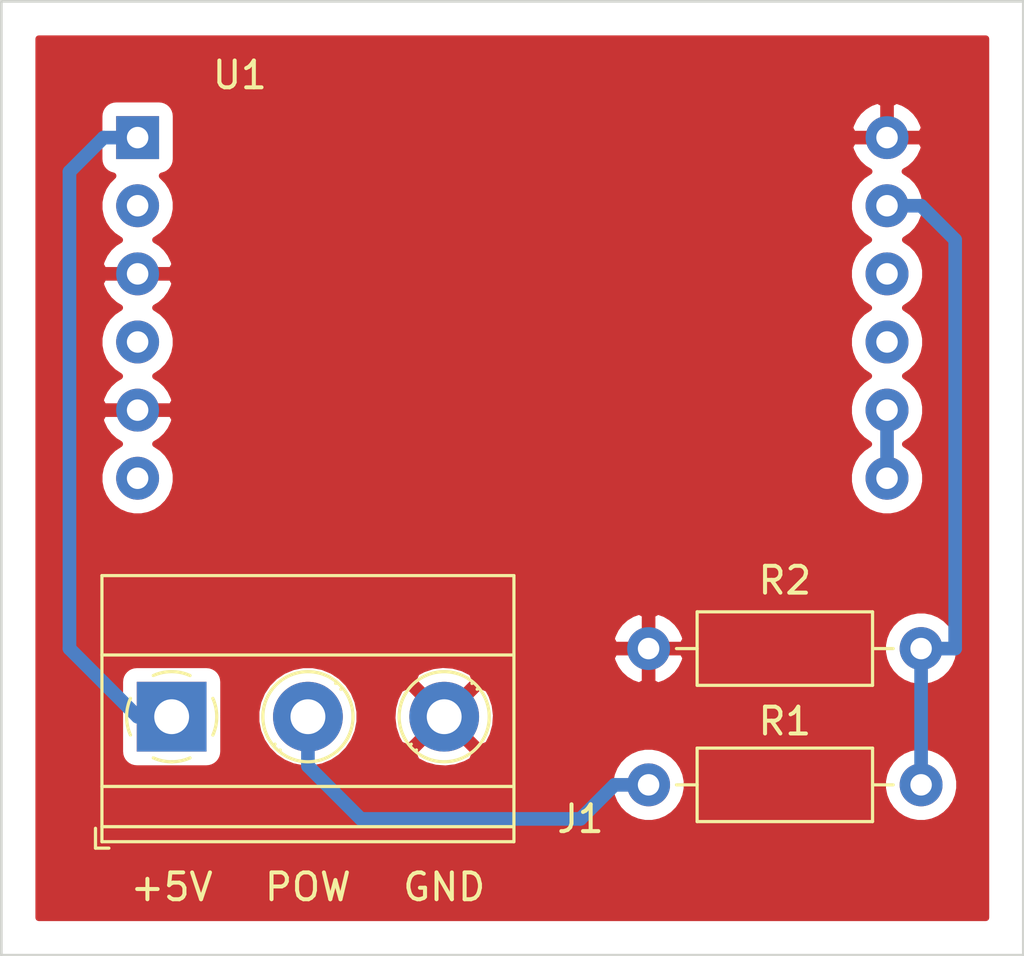
<source format=kicad_pcb>
(kicad_pcb (version 20171130) (host pcbnew "(5.1.5)-3")

  (general
    (thickness 1.6)
    (drawings 7)
    (tracks 17)
    (zones 0)
    (modules 4)
    (nets 11)
  )

  (page A4)
  (layers
    (0 F.Cu signal)
    (31 B.Cu signal)
    (32 B.Adhes user)
    (33 F.Adhes user)
    (34 B.Paste user)
    (35 F.Paste user)
    (36 B.SilkS user)
    (37 F.SilkS user)
    (38 B.Mask user)
    (39 F.Mask user)
    (40 Dwgs.User user)
    (41 Cmts.User user)
    (42 Eco1.User user)
    (43 Eco2.User user)
    (44 Edge.Cuts user)
    (45 Margin user)
    (46 B.CrtYd user)
    (47 F.CrtYd user)
    (48 B.Fab user)
    (49 F.Fab user)
  )

  (setup
    (last_trace_width 0.1524)
    (user_trace_width 0.1524)
    (user_trace_width 0.254)
    (user_trace_width 0.3048)
    (user_trace_width 0.4064)
    (user_trace_width 0.508)
    (user_trace_width 1.016)
    (user_trace_width 1.016)
    (user_trace_width 1.524)
    (user_trace_width 2.032)
    (trace_clearance 0.1524)
    (zone_clearance 0.508)
    (zone_45_only no)
    (trace_min 0.1524)
    (via_size 0.6858)
    (via_drill 0.3302)
    (via_min_size 0.508)
    (via_min_drill 0.254)
    (uvia_size 0.3)
    (uvia_drill 0.1)
    (uvias_allowed no)
    (uvia_min_size 0.2)
    (uvia_min_drill 0.1)
    (edge_width 0.1)
    (segment_width 0.1524)
    (pcb_text_width 0.3)
    (pcb_text_size 1.5 1.5)
    (mod_edge_width 0.15)
    (mod_text_size 1 1)
    (mod_text_width 0.15)
    (pad_size 1.524 1.524)
    (pad_drill 0.762)
    (pad_to_mask_clearance 0.1016)
    (solder_mask_min_width 0.1016)
    (aux_axis_origin 0 0)
    (visible_elements 7FFFFFFF)
    (pcbplotparams
      (layerselection 0x010fc_ffffffff)
      (usegerberextensions false)
      (usegerberattributes false)
      (usegerberadvancedattributes false)
      (creategerberjobfile false)
      (excludeedgelayer true)
      (linewidth 0.100000)
      (plotframeref false)
      (viasonmask false)
      (mode 1)
      (useauxorigin false)
      (hpglpennumber 1)
      (hpglpenspeed 20)
      (hpglpendiameter 15.000000)
      (psnegative false)
      (psa4output false)
      (plotreference true)
      (plotvalue true)
      (plotinvisibletext false)
      (padsonsilk false)
      (subtractmaskfromsilk false)
      (outputformat 1)
      (mirror false)
      (drillshape 1)
      (scaleselection 1)
      (outputdirectory ""))
  )

  (net 0 "")
  (net 1 "Net-(J1-Pad3)")
  (net 2 "Net-(J1-Pad2)")
  (net 3 "Net-(J1-Pad1)")
  (net 4 "Net-(R1-Pad2)")
  (net 5 "Net-(U1-Pad6)")
  (net 6 "Net-(U1-Pad10)")
  (net 7 "Net-(U1-Pad4)")
  (net 8 "Net-(U1-Pad9)")
  (net 9 "Net-(U1-Pad7)")
  (net 10 "Net-(U1-Pad2)")

  (net_class Default "This is the default net class."
    (clearance 0.1524)
    (trace_width 0.1524)
    (via_dia 0.6858)
    (via_drill 0.3302)
    (uvia_dia 0.3)
    (uvia_drill 0.1)
    (add_net "Net-(J1-Pad1)")
    (add_net "Net-(J1-Pad2)")
    (add_net "Net-(J1-Pad3)")
    (add_net "Net-(R1-Pad2)")
    (add_net "Net-(U1-Pad10)")
    (add_net "Net-(U1-Pad2)")
    (add_net "Net-(U1-Pad4)")
    (add_net "Net-(U1-Pad6)")
    (add_net "Net-(U1-Pad7)")
    (add_net "Net-(U1-Pad9)")
  )

  (module Laser:DMS-20 (layer F.Cu) (tedit 5E336C39) (tstamp 5E39A526)
    (at 82.55 46.99)
    (descr "12-lead though-hole mounted DIP package, row spacing 7.62 mm (300 mils)")
    (tags "THT DIP DIL PDIP 2.54mm 7.62mm 300mil")
    (path /5E33503C)
    (fp_text reference U1 (at 3.81 -2.33) (layer F.SilkS)
      (effects (font (size 1 1) (thickness 0.15)))
    )
    (fp_text value DMS-20LCD-1-5-C (at 24.13 15.03) (layer F.Fab)
      (effects (font (size 1 1) (thickness 0.15)))
    )
    (fp_text user %R (at 3.81 6.35) (layer F.Fab)
      (effects (font (size 1 1) (thickness 0.15)))
    )
    (fp_line (start 29.02 -1.55) (end -1.1 -1.55) (layer F.CrtYd) (width 0.05))
    (fp_line (start 29.02 14.25) (end 29.02 -1.55) (layer F.CrtYd) (width 0.05))
    (fp_line (start -1.1 14.25) (end 29.02 14.25) (layer F.CrtYd) (width 0.05))
    (fp_line (start -1.1 -1.55) (end -1.1 14.25) (layer F.CrtYd) (width 0.05))
    (fp_line (start 0.635 -0.27) (end 1.635 -1.27) (layer F.Fab) (width 0.1))
    (fp_line (start 0.635 13.97) (end 0.635 -0.27) (layer F.Fab) (width 0.1))
    (fp_line (start 27.305 13.97) (end 0.635 13.97) (layer F.Fab) (width 0.1))
    (fp_line (start 27.305 -1.27) (end 27.305 13.97) (layer F.Fab) (width 0.1))
    (fp_line (start 1.635 -1.27) (end 27.305 -1.27) (layer F.Fab) (width 0.1))
    (pad 12 thru_hole oval (at 27.94 0) (size 1.6 1.6) (drill 0.8) (layers *.Cu *.Mask)
      (net 1 "Net-(J1-Pad3)"))
    (pad 6 thru_hole oval (at 0 12.7) (size 1.6 1.6) (drill 0.8) (layers *.Cu *.Mask)
      (net 5 "Net-(U1-Pad6)"))
    (pad 11 thru_hole oval (at 27.94 2.54) (size 1.6 1.6) (drill 0.8) (layers *.Cu *.Mask)
      (net 4 "Net-(R1-Pad2)"))
    (pad 5 thru_hole oval (at 0 10.16) (size 1.6 1.6) (drill 0.8) (layers *.Cu *.Mask)
      (net 1 "Net-(J1-Pad3)"))
    (pad 10 thru_hole oval (at 27.94 5.08) (size 1.6 1.6) (drill 0.8) (layers *.Cu *.Mask)
      (net 6 "Net-(U1-Pad10)"))
    (pad 4 thru_hole oval (at 0 7.62) (size 1.6 1.6) (drill 0.8) (layers *.Cu *.Mask)
      (net 7 "Net-(U1-Pad4)"))
    (pad 9 thru_hole oval (at 27.94 7.62) (size 1.6 1.6) (drill 0.8) (layers *.Cu *.Mask)
      (net 8 "Net-(U1-Pad9)"))
    (pad 3 thru_hole oval (at 0 5.08) (size 1.6 1.6) (drill 0.8) (layers *.Cu *.Mask)
      (net 1 "Net-(J1-Pad3)"))
    (pad 8 thru_hole oval (at 27.94 10.16) (size 1.6 1.6) (drill 0.8) (layers *.Cu *.Mask)
      (net 9 "Net-(U1-Pad7)"))
    (pad 2 thru_hole oval (at 0 2.54) (size 1.6 1.6) (drill 0.8) (layers *.Cu *.Mask)
      (net 10 "Net-(U1-Pad2)"))
    (pad 7 thru_hole oval (at 27.94 12.7) (size 1.6 1.6) (drill 0.8) (layers *.Cu *.Mask)
      (net 9 "Net-(U1-Pad7)"))
    (pad 1 thru_hole rect (at 0 0) (size 1.6 1.6) (drill 0.8) (layers *.Cu *.Mask)
      (net 3 "Net-(J1-Pad1)"))
    (model ${KISYS3DMOD}/Package_DIP.3dshapes/DIP-12_W7.62mm.wrl
      (at (xyz 0 0 0))
      (scale (xyz 1 1 1))
      (rotate (xyz 0 0 0))
    )
  )

  (module Resistor_THT:R_Axial_DIN0207_L6.3mm_D2.5mm_P10.16mm_Horizontal (layer F.Cu) (tedit 5AE5139B) (tstamp 5E39A50C)
    (at 111.76 66.04 180)
    (descr "Resistor, Axial_DIN0207 series, Axial, Horizontal, pin pitch=10.16mm, 0.25W = 1/4W, length*diameter=6.3*2.5mm^2, http://cdn-reichelt.de/documents/datenblatt/B400/1_4W%23YAG.pdf")
    (tags "Resistor Axial_DIN0207 series Axial Horizontal pin pitch 10.16mm 0.25W = 1/4W length 6.3mm diameter 2.5mm")
    (path /5E33BD8F)
    (fp_text reference R2 (at 5.08 2.54) (layer F.SilkS)
      (effects (font (size 1 1) (thickness 0.15)))
    )
    (fp_text value 100K (at 5.08 2.37) (layer F.Fab)
      (effects (font (size 1 1) (thickness 0.15)))
    )
    (fp_text user %R (at 5.08 0) (layer F.Fab)
      (effects (font (size 1 1) (thickness 0.15)))
    )
    (fp_line (start 11.21 -1.5) (end -1.05 -1.5) (layer F.CrtYd) (width 0.05))
    (fp_line (start 11.21 1.5) (end 11.21 -1.5) (layer F.CrtYd) (width 0.05))
    (fp_line (start -1.05 1.5) (end 11.21 1.5) (layer F.CrtYd) (width 0.05))
    (fp_line (start -1.05 -1.5) (end -1.05 1.5) (layer F.CrtYd) (width 0.05))
    (fp_line (start 9.12 0) (end 8.35 0) (layer F.SilkS) (width 0.12))
    (fp_line (start 1.04 0) (end 1.81 0) (layer F.SilkS) (width 0.12))
    (fp_line (start 8.35 -1.37) (end 1.81 -1.37) (layer F.SilkS) (width 0.12))
    (fp_line (start 8.35 1.37) (end 8.35 -1.37) (layer F.SilkS) (width 0.12))
    (fp_line (start 1.81 1.37) (end 8.35 1.37) (layer F.SilkS) (width 0.12))
    (fp_line (start 1.81 -1.37) (end 1.81 1.37) (layer F.SilkS) (width 0.12))
    (fp_line (start 10.16 0) (end 8.23 0) (layer F.Fab) (width 0.1))
    (fp_line (start 0 0) (end 1.93 0) (layer F.Fab) (width 0.1))
    (fp_line (start 8.23 -1.25) (end 1.93 -1.25) (layer F.Fab) (width 0.1))
    (fp_line (start 8.23 1.25) (end 8.23 -1.25) (layer F.Fab) (width 0.1))
    (fp_line (start 1.93 1.25) (end 8.23 1.25) (layer F.Fab) (width 0.1))
    (fp_line (start 1.93 -1.25) (end 1.93 1.25) (layer F.Fab) (width 0.1))
    (pad 2 thru_hole oval (at 10.16 0 180) (size 1.6 1.6) (drill 0.8) (layers *.Cu *.Mask)
      (net 1 "Net-(J1-Pad3)"))
    (pad 1 thru_hole circle (at 0 0 180) (size 1.6 1.6) (drill 0.8) (layers *.Cu *.Mask)
      (net 4 "Net-(R1-Pad2)"))
    (model ${KISYS3DMOD}/Resistor_THT.3dshapes/R_Axial_DIN0207_L6.3mm_D2.5mm_P10.16mm_Horizontal.wrl
      (at (xyz 0 0 0))
      (scale (xyz 1 1 1))
      (rotate (xyz 0 0 0))
    )
  )

  (module Resistor_THT:R_Axial_DIN0207_L6.3mm_D2.5mm_P10.16mm_Horizontal (layer F.Cu) (tedit 5AE5139B) (tstamp 5E39A4F5)
    (at 101.6 71.12)
    (descr "Resistor, Axial_DIN0207 series, Axial, Horizontal, pin pitch=10.16mm, 0.25W = 1/4W, length*diameter=6.3*2.5mm^2, http://cdn-reichelt.de/documents/datenblatt/B400/1_4W%23YAG.pdf")
    (tags "Resistor Axial_DIN0207 series Axial Horizontal pin pitch 10.16mm 0.25W = 1/4W length 6.3mm diameter 2.5mm")
    (path /5E33C5A2)
    (fp_text reference R1 (at 5.08 -2.37) (layer F.SilkS)
      (effects (font (size 1 1) (thickness 0.15)))
    )
    (fp_text value 150K (at 5.08 2.37) (layer F.Fab)
      (effects (font (size 1 1) (thickness 0.15)))
    )
    (fp_text user %R (at 5.08 0) (layer F.Fab)
      (effects (font (size 1 1) (thickness 0.15)))
    )
    (fp_line (start 11.21 -1.5) (end -1.05 -1.5) (layer F.CrtYd) (width 0.05))
    (fp_line (start 11.21 1.5) (end 11.21 -1.5) (layer F.CrtYd) (width 0.05))
    (fp_line (start -1.05 1.5) (end 11.21 1.5) (layer F.CrtYd) (width 0.05))
    (fp_line (start -1.05 -1.5) (end -1.05 1.5) (layer F.CrtYd) (width 0.05))
    (fp_line (start 9.12 0) (end 8.35 0) (layer F.SilkS) (width 0.12))
    (fp_line (start 1.04 0) (end 1.81 0) (layer F.SilkS) (width 0.12))
    (fp_line (start 8.35 -1.37) (end 1.81 -1.37) (layer F.SilkS) (width 0.12))
    (fp_line (start 8.35 1.37) (end 8.35 -1.37) (layer F.SilkS) (width 0.12))
    (fp_line (start 1.81 1.37) (end 8.35 1.37) (layer F.SilkS) (width 0.12))
    (fp_line (start 1.81 -1.37) (end 1.81 1.37) (layer F.SilkS) (width 0.12))
    (fp_line (start 10.16 0) (end 8.23 0) (layer F.Fab) (width 0.1))
    (fp_line (start 0 0) (end 1.93 0) (layer F.Fab) (width 0.1))
    (fp_line (start 8.23 -1.25) (end 1.93 -1.25) (layer F.Fab) (width 0.1))
    (fp_line (start 8.23 1.25) (end 8.23 -1.25) (layer F.Fab) (width 0.1))
    (fp_line (start 1.93 1.25) (end 8.23 1.25) (layer F.Fab) (width 0.1))
    (fp_line (start 1.93 -1.25) (end 1.93 1.25) (layer F.Fab) (width 0.1))
    (pad 2 thru_hole oval (at 10.16 0) (size 1.6 1.6) (drill 0.8) (layers *.Cu *.Mask)
      (net 4 "Net-(R1-Pad2)"))
    (pad 1 thru_hole circle (at 0 0) (size 1.6 1.6) (drill 0.8) (layers *.Cu *.Mask)
      (net 2 "Net-(J1-Pad2)"))
    (model ${KISYS3DMOD}/Resistor_THT.3dshapes/R_Axial_DIN0207_L6.3mm_D2.5mm_P10.16mm_Horizontal.wrl
      (at (xyz 0 0 0))
      (scale (xyz 1 1 1))
      (rotate (xyz 0 0 0))
    )
  )

  (module TerminalBlock_Phoenix:TerminalBlock_Phoenix_MKDS-1,5-3-5.08_1x03_P5.08mm_Horizontal (layer F.Cu) (tedit 5B294EBC) (tstamp 5E39A4DE)
    (at 83.82 68.58)
    (descr "Terminal Block Phoenix MKDS-1,5-3-5.08, 3 pins, pitch 5.08mm, size 15.2x9.8mm^2, drill diamater 1.3mm, pad diameter 2.6mm, see http://www.farnell.com/datasheets/100425.pdf, script-generated using https://github.com/pointhi/kicad-footprint-generator/scripts/TerminalBlock_Phoenix")
    (tags "THT Terminal Block Phoenix MKDS-1,5-3-5.08 pitch 5.08mm size 15.2x9.8mm^2 drill 1.3mm pad 2.6mm")
    (path /5E3C21B0)
    (fp_text reference J1 (at 15.24 3.81) (layer F.SilkS)
      (effects (font (size 1 1) (thickness 0.15)))
    )
    (fp_text value Conn_01x03 (at 5.08 -3.81) (layer F.Fab)
      (effects (font (size 1 1) (thickness 0.15)))
    )
    (fp_text user %R (at 5.08 3.2) (layer F.Fab)
      (effects (font (size 1 1) (thickness 0.15)))
    )
    (fp_line (start 13.21 -5.71) (end -3.04 -5.71) (layer F.CrtYd) (width 0.05))
    (fp_line (start 13.21 5.1) (end 13.21 -5.71) (layer F.CrtYd) (width 0.05))
    (fp_line (start -3.04 5.1) (end 13.21 5.1) (layer F.CrtYd) (width 0.05))
    (fp_line (start -3.04 -5.71) (end -3.04 5.1) (layer F.CrtYd) (width 0.05))
    (fp_line (start -2.84 4.9) (end -2.34 4.9) (layer F.SilkS) (width 0.12))
    (fp_line (start -2.84 4.16) (end -2.84 4.9) (layer F.SilkS) (width 0.12))
    (fp_line (start 8.933 1.023) (end 8.886 1.069) (layer F.SilkS) (width 0.12))
    (fp_line (start 11.23 -1.275) (end 11.195 -1.239) (layer F.SilkS) (width 0.12))
    (fp_line (start 9.126 1.239) (end 9.091 1.274) (layer F.SilkS) (width 0.12))
    (fp_line (start 11.435 -1.069) (end 11.388 -1.023) (layer F.SilkS) (width 0.12))
    (fp_line (start 11.115 -1.138) (end 9.023 0.955) (layer F.Fab) (width 0.1))
    (fp_line (start 11.298 -0.955) (end 9.206 1.138) (layer F.Fab) (width 0.1))
    (fp_line (start 3.853 1.023) (end 3.806 1.069) (layer F.SilkS) (width 0.12))
    (fp_line (start 6.15 -1.275) (end 6.115 -1.239) (layer F.SilkS) (width 0.12))
    (fp_line (start 4.046 1.239) (end 4.011 1.274) (layer F.SilkS) (width 0.12))
    (fp_line (start 6.355 -1.069) (end 6.308 -1.023) (layer F.SilkS) (width 0.12))
    (fp_line (start 6.035 -1.138) (end 3.943 0.955) (layer F.Fab) (width 0.1))
    (fp_line (start 6.218 -0.955) (end 4.126 1.138) (layer F.Fab) (width 0.1))
    (fp_line (start 0.955 -1.138) (end -1.138 0.955) (layer F.Fab) (width 0.1))
    (fp_line (start 1.138 -0.955) (end -0.955 1.138) (layer F.Fab) (width 0.1))
    (fp_line (start 12.76 -5.261) (end 12.76 4.66) (layer F.SilkS) (width 0.12))
    (fp_line (start -2.6 -5.261) (end -2.6 4.66) (layer F.SilkS) (width 0.12))
    (fp_line (start -2.6 4.66) (end 12.76 4.66) (layer F.SilkS) (width 0.12))
    (fp_line (start -2.6 -5.261) (end 12.76 -5.261) (layer F.SilkS) (width 0.12))
    (fp_line (start -2.6 -2.301) (end 12.76 -2.301) (layer F.SilkS) (width 0.12))
    (fp_line (start -2.54 -2.3) (end 12.7 -2.3) (layer F.Fab) (width 0.1))
    (fp_line (start -2.6 2.6) (end 12.76 2.6) (layer F.SilkS) (width 0.12))
    (fp_line (start -2.54 2.6) (end 12.7 2.6) (layer F.Fab) (width 0.1))
    (fp_line (start -2.6 4.1) (end 12.76 4.1) (layer F.SilkS) (width 0.12))
    (fp_line (start -2.54 4.1) (end 12.7 4.1) (layer F.Fab) (width 0.1))
    (fp_line (start -2.54 4.1) (end -2.54 -5.2) (layer F.Fab) (width 0.1))
    (fp_line (start -2.04 4.6) (end -2.54 4.1) (layer F.Fab) (width 0.1))
    (fp_line (start 12.7 4.6) (end -2.04 4.6) (layer F.Fab) (width 0.1))
    (fp_line (start 12.7 -5.2) (end 12.7 4.6) (layer F.Fab) (width 0.1))
    (fp_line (start -2.54 -5.2) (end 12.7 -5.2) (layer F.Fab) (width 0.1))
    (fp_circle (center 10.16 0) (end 11.84 0) (layer F.SilkS) (width 0.12))
    (fp_circle (center 10.16 0) (end 11.66 0) (layer F.Fab) (width 0.1))
    (fp_circle (center 5.08 0) (end 6.76 0) (layer F.SilkS) (width 0.12))
    (fp_circle (center 5.08 0) (end 6.58 0) (layer F.Fab) (width 0.1))
    (fp_circle (center 0 0) (end 1.5 0) (layer F.Fab) (width 0.1))
    (fp_arc (start 0 0) (end -0.684 1.535) (angle -25) (layer F.SilkS) (width 0.12))
    (fp_arc (start 0 0) (end -1.535 -0.684) (angle -48) (layer F.SilkS) (width 0.12))
    (fp_arc (start 0 0) (end 0.684 -1.535) (angle -48) (layer F.SilkS) (width 0.12))
    (fp_arc (start 0 0) (end 1.535 0.684) (angle -48) (layer F.SilkS) (width 0.12))
    (fp_arc (start 0 0) (end 0 1.68) (angle -24) (layer F.SilkS) (width 0.12))
    (pad 3 thru_hole circle (at 10.16 0) (size 2.6 2.6) (drill 1.3) (layers *.Cu *.Mask)
      (net 1 "Net-(J1-Pad3)"))
    (pad 2 thru_hole circle (at 5.08 0) (size 2.6 2.6) (drill 1.3) (layers *.Cu *.Mask)
      (net 2 "Net-(J1-Pad2)"))
    (pad 1 thru_hole rect (at 0 0) (size 2.6 2.6) (drill 1.3) (layers *.Cu *.Mask)
      (net 3 "Net-(J1-Pad1)"))
    (model ${KISYS3DMOD}/TerminalBlock_Phoenix.3dshapes/TerminalBlock_Phoenix_MKDS-1,5-3-5.08_1x03_P5.08mm_Horizontal.wrl
      (at (xyz 0 0 0))
      (scale (xyz 1 1 1))
      (rotate (xyz 0 0 0))
    )
  )

  (gr_text GND (at 93.98 74.93) (layer F.SilkS)
    (effects (font (size 1 1) (thickness 0.15)))
  )
  (gr_text POW (at 88.9 74.93) (layer F.SilkS)
    (effects (font (size 1 1) (thickness 0.15)))
  )
  (gr_text +5V (at 83.82 74.93) (layer F.SilkS)
    (effects (font (size 1 1) (thickness 0.15)))
  )
  (gr_line (start 77.47 77.47) (end 77.47 41.91) (layer Edge.Cuts) (width 0.1) (tstamp 5E39B286))
  (gr_line (start 115.57 77.47) (end 77.47 77.47) (layer Edge.Cuts) (width 0.1))
  (gr_line (start 115.57 41.91) (end 115.57 77.47) (layer Edge.Cuts) (width 0.1))
  (gr_line (start 77.47 41.91) (end 115.57 41.91) (layer Edge.Cuts) (width 0.1))

  (segment (start 100.33 71.12) (end 101.6 71.12) (width 0.508) (layer B.Cu) (net 2))
  (segment (start 88.9 70.418477) (end 90.871523 72.39) (width 0.508) (layer B.Cu) (net 2))
  (segment (start 88.9 68.58) (end 88.9 70.418477) (width 0.508) (layer B.Cu) (net 2))
  (segment (start 99.06 72.39) (end 100.33 71.12) (width 0.508) (layer B.Cu) (net 2))
  (segment (start 90.871523 72.39) (end 99.06 72.39) (width 0.508) (layer B.Cu) (net 2))
  (segment (start 80.01 48.26) (end 81.28 46.99) (width 0.508) (layer B.Cu) (net 3))
  (segment (start 81.28 46.99) (end 82.55 46.99) (width 0.508) (layer B.Cu) (net 3))
  (segment (start 83.82 68.58) (end 82.55 68.58) (width 0.508) (layer B.Cu) (net 3))
  (segment (start 82.55 68.58) (end 81.28 67.31) (width 0.508) (layer B.Cu) (net 3))
  (segment (start 81.28 67.31) (end 80.01 66.04) (width 0.508) (layer B.Cu) (net 3))
  (segment (start 80.01 66.04) (end 80.01 48.26) (width 0.508) (layer B.Cu) (net 3))
  (segment (start 111.76 71.12) (end 111.76 66.04) (width 0.508) (layer B.Cu) (net 4))
  (segment (start 111.76 66.04) (end 113.03 66.04) (width 0.508) (layer B.Cu) (net 4))
  (segment (start 113.03 66.04) (end 113.03 50.8) (width 0.508) (layer B.Cu) (net 4))
  (segment (start 113.03 50.8) (end 111.76 49.53) (width 0.508) (layer B.Cu) (net 4))
  (segment (start 111.76 49.53) (end 110.49 49.53) (width 0.508) (layer B.Cu) (net 4))
  (segment (start 110.49 59.69) (end 110.49 57.15) (width 0.508) (layer B.Cu) (net 9))

  (zone (net 1) (net_name "Net-(J1-Pad3)") (layer F.Cu) (tstamp 0) (hatch edge 0.508)
    (connect_pads (clearance 0.508))
    (min_thickness 0.254)
    (fill yes (arc_segments 32) (thermal_gap 0.508) (thermal_bridge_width 0.508))
    (polygon
      (pts
        (xy 114.3 76.2) (xy 78.74 76.2) (xy 78.74 43.18) (xy 114.3 43.18)
      )
    )
    (filled_polygon
      (pts
        (xy 114.173 76.073) (xy 78.867 76.073) (xy 78.867 70.978665) (xy 100.165 70.978665) (xy 100.165 71.261335)
        (xy 100.220147 71.538574) (xy 100.32832 71.799727) (xy 100.485363 72.034759) (xy 100.685241 72.234637) (xy 100.920273 72.39168)
        (xy 101.181426 72.499853) (xy 101.458665 72.555) (xy 101.741335 72.555) (xy 102.018574 72.499853) (xy 102.279727 72.39168)
        (xy 102.514759 72.234637) (xy 102.714637 72.034759) (xy 102.87168 71.799727) (xy 102.979853 71.538574) (xy 103.035 71.261335)
        (xy 103.035 70.978665) (xy 110.325 70.978665) (xy 110.325 71.261335) (xy 110.380147 71.538574) (xy 110.48832 71.799727)
        (xy 110.645363 72.034759) (xy 110.845241 72.234637) (xy 111.080273 72.39168) (xy 111.341426 72.499853) (xy 111.618665 72.555)
        (xy 111.901335 72.555) (xy 112.178574 72.499853) (xy 112.439727 72.39168) (xy 112.674759 72.234637) (xy 112.874637 72.034759)
        (xy 113.03168 71.799727) (xy 113.139853 71.538574) (xy 113.195 71.261335) (xy 113.195 70.978665) (xy 113.139853 70.701426)
        (xy 113.03168 70.440273) (xy 112.874637 70.205241) (xy 112.674759 70.005363) (xy 112.439727 69.84832) (xy 112.178574 69.740147)
        (xy 111.901335 69.685) (xy 111.618665 69.685) (xy 111.341426 69.740147) (xy 111.080273 69.84832) (xy 110.845241 70.005363)
        (xy 110.645363 70.205241) (xy 110.48832 70.440273) (xy 110.380147 70.701426) (xy 110.325 70.978665) (xy 103.035 70.978665)
        (xy 102.979853 70.701426) (xy 102.87168 70.440273) (xy 102.714637 70.205241) (xy 102.514759 70.005363) (xy 102.279727 69.84832)
        (xy 102.018574 69.740147) (xy 101.741335 69.685) (xy 101.458665 69.685) (xy 101.181426 69.740147) (xy 100.920273 69.84832)
        (xy 100.685241 70.005363) (xy 100.485363 70.205241) (xy 100.32832 70.440273) (xy 100.220147 70.701426) (xy 100.165 70.978665)
        (xy 78.867 70.978665) (xy 78.867 67.28) (xy 81.881928 67.28) (xy 81.881928 69.88) (xy 81.894188 70.004482)
        (xy 81.930498 70.12418) (xy 81.989463 70.234494) (xy 82.068815 70.331185) (xy 82.165506 70.410537) (xy 82.27582 70.469502)
        (xy 82.395518 70.505812) (xy 82.52 70.518072) (xy 85.12 70.518072) (xy 85.244482 70.505812) (xy 85.36418 70.469502)
        (xy 85.474494 70.410537) (xy 85.571185 70.331185) (xy 85.650537 70.234494) (xy 85.709502 70.12418) (xy 85.745812 70.004482)
        (xy 85.758072 69.88) (xy 85.758072 68.389419) (xy 86.965 68.389419) (xy 86.965 68.770581) (xy 87.039361 69.144419)
        (xy 87.185225 69.496566) (xy 87.396987 69.813491) (xy 87.666509 70.083013) (xy 87.983434 70.294775) (xy 88.335581 70.440639)
        (xy 88.709419 70.515) (xy 89.090581 70.515) (xy 89.464419 70.440639) (xy 89.816566 70.294775) (xy 90.133491 70.083013)
        (xy 90.28728 69.929224) (xy 92.810381 69.929224) (xy 92.942317 70.224312) (xy 93.283045 70.395159) (xy 93.650557 70.49625)
        (xy 94.030729 70.523701) (xy 94.408951 70.476457) (xy 94.77069 70.356333) (xy 95.017683 70.224312) (xy 95.149619 69.929224)
        (xy 93.98 68.759605) (xy 92.810381 69.929224) (xy 90.28728 69.929224) (xy 90.403013 69.813491) (xy 90.614775 69.496566)
        (xy 90.760639 69.144419) (xy 90.835 68.770581) (xy 90.835 68.630729) (xy 92.036299 68.630729) (xy 92.083543 69.008951)
        (xy 92.203667 69.37069) (xy 92.335688 69.617683) (xy 92.630776 69.749619) (xy 93.800395 68.58) (xy 94.159605 68.58)
        (xy 95.329224 69.749619) (xy 95.624312 69.617683) (xy 95.795159 69.276955) (xy 95.89625 68.909443) (xy 95.923701 68.529271)
        (xy 95.876457 68.151049) (xy 95.756333 67.78931) (xy 95.624312 67.542317) (xy 95.329224 67.410381) (xy 94.159605 68.58)
        (xy 93.800395 68.58) (xy 92.630776 67.410381) (xy 92.335688 67.542317) (xy 92.164841 67.883045) (xy 92.06375 68.250557)
        (xy 92.036299 68.630729) (xy 90.835 68.630729) (xy 90.835 68.389419) (xy 90.760639 68.015581) (xy 90.614775 67.663434)
        (xy 90.403013 67.346509) (xy 90.28728 67.230776) (xy 92.810381 67.230776) (xy 93.98 68.400395) (xy 95.149619 67.230776)
        (xy 95.017683 66.935688) (xy 94.676955 66.764841) (xy 94.309443 66.66375) (xy 93.929271 66.636299) (xy 93.551049 66.683543)
        (xy 93.18931 66.803667) (xy 92.942317 66.935688) (xy 92.810381 67.230776) (xy 90.28728 67.230776) (xy 90.133491 67.076987)
        (xy 89.816566 66.865225) (xy 89.464419 66.719361) (xy 89.090581 66.645) (xy 88.709419 66.645) (xy 88.335581 66.719361)
        (xy 87.983434 66.865225) (xy 87.666509 67.076987) (xy 87.396987 67.346509) (xy 87.185225 67.663434) (xy 87.039361 68.015581)
        (xy 86.965 68.389419) (xy 85.758072 68.389419) (xy 85.758072 67.28) (xy 85.745812 67.155518) (xy 85.709502 67.03582)
        (xy 85.650537 66.925506) (xy 85.571185 66.828815) (xy 85.474494 66.749463) (xy 85.36418 66.690498) (xy 85.244482 66.654188)
        (xy 85.12 66.641928) (xy 82.52 66.641928) (xy 82.395518 66.654188) (xy 82.27582 66.690498) (xy 82.165506 66.749463)
        (xy 82.068815 66.828815) (xy 81.989463 66.925506) (xy 81.930498 67.03582) (xy 81.894188 67.155518) (xy 81.881928 67.28)
        (xy 78.867 67.28) (xy 78.867 66.389039) (xy 100.208096 66.389039) (xy 100.248754 66.523087) (xy 100.368963 66.77742)
        (xy 100.536481 67.003414) (xy 100.744869 67.192385) (xy 100.986119 67.33707) (xy 101.25096 67.431909) (xy 101.473 67.310624)
        (xy 101.473 66.167) (xy 101.727 66.167) (xy 101.727 67.310624) (xy 101.94904 67.431909) (xy 102.213881 67.33707)
        (xy 102.455131 67.192385) (xy 102.663519 67.003414) (xy 102.831037 66.77742) (xy 102.951246 66.523087) (xy 102.991904 66.389039)
        (xy 102.869915 66.167) (xy 101.727 66.167) (xy 101.473 66.167) (xy 100.330085 66.167) (xy 100.208096 66.389039)
        (xy 78.867 66.389039) (xy 78.867 65.690961) (xy 100.208096 65.690961) (xy 100.330085 65.913) (xy 101.473 65.913)
        (xy 101.473 64.769376) (xy 101.727 64.769376) (xy 101.727 65.913) (xy 102.869915 65.913) (xy 102.87779 65.898665)
        (xy 110.325 65.898665) (xy 110.325 66.181335) (xy 110.380147 66.458574) (xy 110.48832 66.719727) (xy 110.645363 66.954759)
        (xy 110.845241 67.154637) (xy 111.080273 67.31168) (xy 111.341426 67.419853) (xy 111.618665 67.475) (xy 111.901335 67.475)
        (xy 112.178574 67.419853) (xy 112.439727 67.31168) (xy 112.674759 67.154637) (xy 112.874637 66.954759) (xy 113.03168 66.719727)
        (xy 113.139853 66.458574) (xy 113.195 66.181335) (xy 113.195 65.898665) (xy 113.139853 65.621426) (xy 113.03168 65.360273)
        (xy 112.874637 65.125241) (xy 112.674759 64.925363) (xy 112.439727 64.76832) (xy 112.178574 64.660147) (xy 111.901335 64.605)
        (xy 111.618665 64.605) (xy 111.341426 64.660147) (xy 111.080273 64.76832) (xy 110.845241 64.925363) (xy 110.645363 65.125241)
        (xy 110.48832 65.360273) (xy 110.380147 65.621426) (xy 110.325 65.898665) (xy 102.87779 65.898665) (xy 102.991904 65.690961)
        (xy 102.951246 65.556913) (xy 102.831037 65.30258) (xy 102.663519 65.076586) (xy 102.455131 64.887615) (xy 102.213881 64.74293)
        (xy 101.94904 64.648091) (xy 101.727 64.769376) (xy 101.473 64.769376) (xy 101.25096 64.648091) (xy 100.986119 64.74293)
        (xy 100.744869 64.887615) (xy 100.536481 65.076586) (xy 100.368963 65.30258) (xy 100.248754 65.556913) (xy 100.208096 65.690961)
        (xy 78.867 65.690961) (xy 78.867 59.548665) (xy 81.115 59.548665) (xy 81.115 59.831335) (xy 81.170147 60.108574)
        (xy 81.27832 60.369727) (xy 81.435363 60.604759) (xy 81.635241 60.804637) (xy 81.870273 60.96168) (xy 82.131426 61.069853)
        (xy 82.408665 61.125) (xy 82.691335 61.125) (xy 82.968574 61.069853) (xy 83.229727 60.96168) (xy 83.464759 60.804637)
        (xy 83.664637 60.604759) (xy 83.82168 60.369727) (xy 83.929853 60.108574) (xy 83.985 59.831335) (xy 83.985 59.548665)
        (xy 83.929853 59.271426) (xy 83.82168 59.010273) (xy 83.664637 58.775241) (xy 83.464759 58.575363) (xy 83.229727 58.41832)
        (xy 83.219135 58.413933) (xy 83.405131 58.302385) (xy 83.613519 58.113414) (xy 83.781037 57.88742) (xy 83.901246 57.633087)
        (xy 83.941904 57.499039) (xy 83.819915 57.277) (xy 82.677 57.277) (xy 82.677 57.297) (xy 82.423 57.297)
        (xy 82.423 57.277) (xy 81.280085 57.277) (xy 81.158096 57.499039) (xy 81.198754 57.633087) (xy 81.318963 57.88742)
        (xy 81.486481 58.113414) (xy 81.694869 58.302385) (xy 81.880865 58.413933) (xy 81.870273 58.41832) (xy 81.635241 58.575363)
        (xy 81.435363 58.775241) (xy 81.27832 59.010273) (xy 81.170147 59.271426) (xy 81.115 59.548665) (xy 78.867 59.548665)
        (xy 78.867 54.468665) (xy 81.115 54.468665) (xy 81.115 54.751335) (xy 81.170147 55.028574) (xy 81.27832 55.289727)
        (xy 81.435363 55.524759) (xy 81.635241 55.724637) (xy 81.870273 55.88168) (xy 81.880865 55.886067) (xy 81.694869 55.997615)
        (xy 81.486481 56.186586) (xy 81.318963 56.41258) (xy 81.198754 56.666913) (xy 81.158096 56.800961) (xy 81.280085 57.023)
        (xy 82.423 57.023) (xy 82.423 57.003) (xy 82.677 57.003) (xy 82.677 57.023) (xy 83.819915 57.023)
        (xy 83.941904 56.800961) (xy 83.901246 56.666913) (xy 83.781037 56.41258) (xy 83.613519 56.186586) (xy 83.405131 55.997615)
        (xy 83.219135 55.886067) (xy 83.229727 55.88168) (xy 83.464759 55.724637) (xy 83.664637 55.524759) (xy 83.82168 55.289727)
        (xy 83.929853 55.028574) (xy 83.985 54.751335) (xy 83.985 54.468665) (xy 83.929853 54.191426) (xy 83.82168 53.930273)
        (xy 83.664637 53.695241) (xy 83.464759 53.495363) (xy 83.229727 53.33832) (xy 83.219135 53.333933) (xy 83.405131 53.222385)
        (xy 83.613519 53.033414) (xy 83.781037 52.80742) (xy 83.901246 52.553087) (xy 83.941904 52.419039) (xy 83.819915 52.197)
        (xy 82.677 52.197) (xy 82.677 52.217) (xy 82.423 52.217) (xy 82.423 52.197) (xy 81.280085 52.197)
        (xy 81.158096 52.419039) (xy 81.198754 52.553087) (xy 81.318963 52.80742) (xy 81.486481 53.033414) (xy 81.694869 53.222385)
        (xy 81.880865 53.333933) (xy 81.870273 53.33832) (xy 81.635241 53.495363) (xy 81.435363 53.695241) (xy 81.27832 53.930273)
        (xy 81.170147 54.191426) (xy 81.115 54.468665) (xy 78.867 54.468665) (xy 78.867 46.19) (xy 81.111928 46.19)
        (xy 81.111928 47.79) (xy 81.124188 47.914482) (xy 81.160498 48.03418) (xy 81.219463 48.144494) (xy 81.298815 48.241185)
        (xy 81.395506 48.320537) (xy 81.50582 48.379502) (xy 81.625518 48.415812) (xy 81.633961 48.416643) (xy 81.435363 48.615241)
        (xy 81.27832 48.850273) (xy 81.170147 49.111426) (xy 81.115 49.388665) (xy 81.115 49.671335) (xy 81.170147 49.948574)
        (xy 81.27832 50.209727) (xy 81.435363 50.444759) (xy 81.635241 50.644637) (xy 81.870273 50.80168) (xy 81.880865 50.806067)
        (xy 81.694869 50.917615) (xy 81.486481 51.106586) (xy 81.318963 51.33258) (xy 81.198754 51.586913) (xy 81.158096 51.720961)
        (xy 81.280085 51.943) (xy 82.423 51.943) (xy 82.423 51.923) (xy 82.677 51.923) (xy 82.677 51.943)
        (xy 83.819915 51.943) (xy 83.941904 51.720961) (xy 83.901246 51.586913) (xy 83.781037 51.33258) (xy 83.613519 51.106586)
        (xy 83.405131 50.917615) (xy 83.219135 50.806067) (xy 83.229727 50.80168) (xy 83.464759 50.644637) (xy 83.664637 50.444759)
        (xy 83.82168 50.209727) (xy 83.929853 49.948574) (xy 83.985 49.671335) (xy 83.985 49.388665) (xy 109.055 49.388665)
        (xy 109.055 49.671335) (xy 109.110147 49.948574) (xy 109.21832 50.209727) (xy 109.375363 50.444759) (xy 109.575241 50.644637)
        (xy 109.807759 50.8) (xy 109.575241 50.955363) (xy 109.375363 51.155241) (xy 109.21832 51.390273) (xy 109.110147 51.651426)
        (xy 109.055 51.928665) (xy 109.055 52.211335) (xy 109.110147 52.488574) (xy 109.21832 52.749727) (xy 109.375363 52.984759)
        (xy 109.575241 53.184637) (xy 109.807759 53.34) (xy 109.575241 53.495363) (xy 109.375363 53.695241) (xy 109.21832 53.930273)
        (xy 109.110147 54.191426) (xy 109.055 54.468665) (xy 109.055 54.751335) (xy 109.110147 55.028574) (xy 109.21832 55.289727)
        (xy 109.375363 55.524759) (xy 109.575241 55.724637) (xy 109.807759 55.88) (xy 109.575241 56.035363) (xy 109.375363 56.235241)
        (xy 109.21832 56.470273) (xy 109.110147 56.731426) (xy 109.055 57.008665) (xy 109.055 57.291335) (xy 109.110147 57.568574)
        (xy 109.21832 57.829727) (xy 109.375363 58.064759) (xy 109.575241 58.264637) (xy 109.807759 58.42) (xy 109.575241 58.575363)
        (xy 109.375363 58.775241) (xy 109.21832 59.010273) (xy 109.110147 59.271426) (xy 109.055 59.548665) (xy 109.055 59.831335)
        (xy 109.110147 60.108574) (xy 109.21832 60.369727) (xy 109.375363 60.604759) (xy 109.575241 60.804637) (xy 109.810273 60.96168)
        (xy 110.071426 61.069853) (xy 110.348665 61.125) (xy 110.631335 61.125) (xy 110.908574 61.069853) (xy 111.169727 60.96168)
        (xy 111.404759 60.804637) (xy 111.604637 60.604759) (xy 111.76168 60.369727) (xy 111.869853 60.108574) (xy 111.925 59.831335)
        (xy 111.925 59.548665) (xy 111.869853 59.271426) (xy 111.76168 59.010273) (xy 111.604637 58.775241) (xy 111.404759 58.575363)
        (xy 111.172241 58.42) (xy 111.404759 58.264637) (xy 111.604637 58.064759) (xy 111.76168 57.829727) (xy 111.869853 57.568574)
        (xy 111.925 57.291335) (xy 111.925 57.008665) (xy 111.869853 56.731426) (xy 111.76168 56.470273) (xy 111.604637 56.235241)
        (xy 111.404759 56.035363) (xy 111.172241 55.88) (xy 111.404759 55.724637) (xy 111.604637 55.524759) (xy 111.76168 55.289727)
        (xy 111.869853 55.028574) (xy 111.925 54.751335) (xy 111.925 54.468665) (xy 111.869853 54.191426) (xy 111.76168 53.930273)
        (xy 111.604637 53.695241) (xy 111.404759 53.495363) (xy 111.172241 53.34) (xy 111.404759 53.184637) (xy 111.604637 52.984759)
        (xy 111.76168 52.749727) (xy 111.869853 52.488574) (xy 111.925 52.211335) (xy 111.925 51.928665) (xy 111.869853 51.651426)
        (xy 111.76168 51.390273) (xy 111.604637 51.155241) (xy 111.404759 50.955363) (xy 111.172241 50.8) (xy 111.404759 50.644637)
        (xy 111.604637 50.444759) (xy 111.76168 50.209727) (xy 111.869853 49.948574) (xy 111.925 49.671335) (xy 111.925 49.388665)
        (xy 111.869853 49.111426) (xy 111.76168 48.850273) (xy 111.604637 48.615241) (xy 111.404759 48.415363) (xy 111.169727 48.25832)
        (xy 111.159135 48.253933) (xy 111.345131 48.142385) (xy 111.553519 47.953414) (xy 111.721037 47.72742) (xy 111.841246 47.473087)
        (xy 111.881904 47.339039) (xy 111.759915 47.117) (xy 110.617 47.117) (xy 110.617 47.137) (xy 110.363 47.137)
        (xy 110.363 47.117) (xy 109.220085 47.117) (xy 109.098096 47.339039) (xy 109.138754 47.473087) (xy 109.258963 47.72742)
        (xy 109.426481 47.953414) (xy 109.634869 48.142385) (xy 109.820865 48.253933) (xy 109.810273 48.25832) (xy 109.575241 48.415363)
        (xy 109.375363 48.615241) (xy 109.21832 48.850273) (xy 109.110147 49.111426) (xy 109.055 49.388665) (xy 83.985 49.388665)
        (xy 83.929853 49.111426) (xy 83.82168 48.850273) (xy 83.664637 48.615241) (xy 83.466039 48.416643) (xy 83.474482 48.415812)
        (xy 83.59418 48.379502) (xy 83.704494 48.320537) (xy 83.801185 48.241185) (xy 83.880537 48.144494) (xy 83.939502 48.03418)
        (xy 83.975812 47.914482) (xy 83.988072 47.79) (xy 83.988072 46.640961) (xy 109.098096 46.640961) (xy 109.220085 46.863)
        (xy 110.363 46.863) (xy 110.363 45.719376) (xy 110.617 45.719376) (xy 110.617 46.863) (xy 111.759915 46.863)
        (xy 111.881904 46.640961) (xy 111.841246 46.506913) (xy 111.721037 46.25258) (xy 111.553519 46.026586) (xy 111.345131 45.837615)
        (xy 111.103881 45.69293) (xy 110.83904 45.598091) (xy 110.617 45.719376) (xy 110.363 45.719376) (xy 110.14096 45.598091)
        (xy 109.876119 45.69293) (xy 109.634869 45.837615) (xy 109.426481 46.026586) (xy 109.258963 46.25258) (xy 109.138754 46.506913)
        (xy 109.098096 46.640961) (xy 83.988072 46.640961) (xy 83.988072 46.19) (xy 83.975812 46.065518) (xy 83.939502 45.94582)
        (xy 83.880537 45.835506) (xy 83.801185 45.738815) (xy 83.704494 45.659463) (xy 83.59418 45.600498) (xy 83.474482 45.564188)
        (xy 83.35 45.551928) (xy 81.75 45.551928) (xy 81.625518 45.564188) (xy 81.50582 45.600498) (xy 81.395506 45.659463)
        (xy 81.298815 45.738815) (xy 81.219463 45.835506) (xy 81.160498 45.94582) (xy 81.124188 46.065518) (xy 81.111928 46.19)
        (xy 78.867 46.19) (xy 78.867 43.307) (xy 114.173 43.307)
      )
    )
  )
)

</source>
